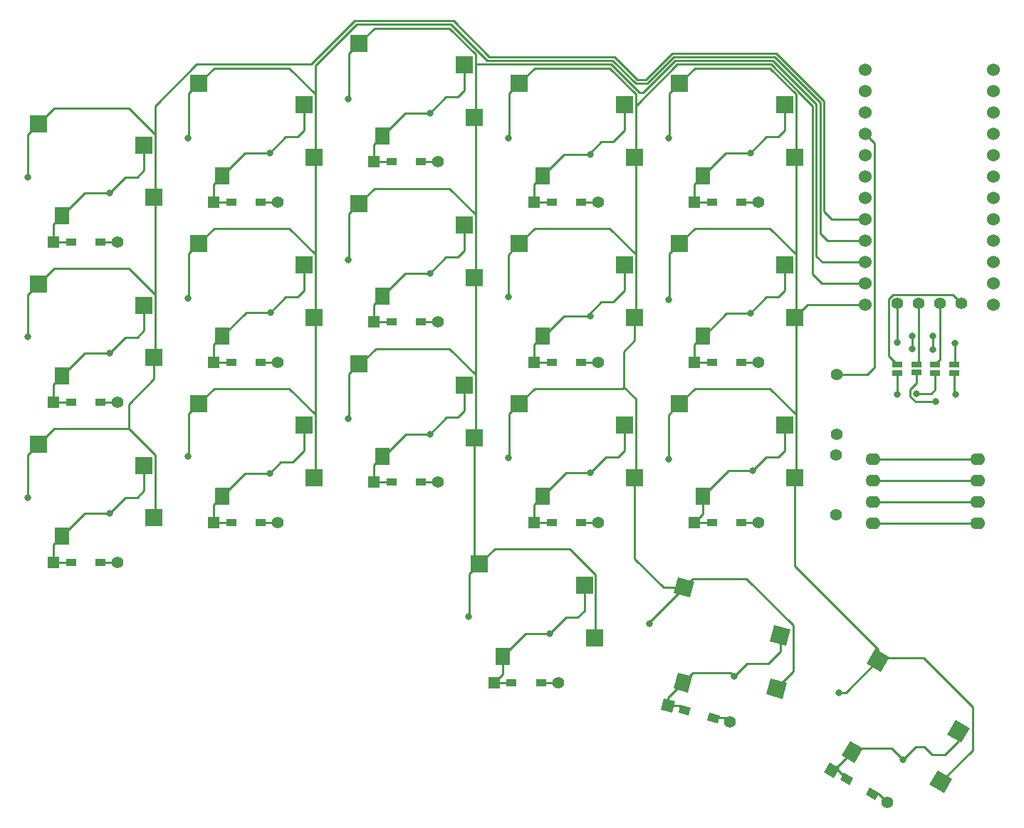
<source format=gtl>
G04 #@! TF.GenerationSoftware,KiCad,Pcbnew,(5.1.6-0-10_14)*
G04 #@! TF.CreationDate,2022-12-04T16:17:31+09:00*
G04 #@! TF.ProjectId,cool536_az-core,636f6f6c-3533-4365-9f61-7a2d636f7265,rev?*
G04 #@! TF.SameCoordinates,Original*
G04 #@! TF.FileFunction,Copper,L1,Top*
G04 #@! TF.FilePolarity,Positive*
%FSLAX46Y46*%
G04 Gerber Fmt 4.6, Leading zero omitted, Abs format (unit mm)*
G04 Created by KiCad (PCBNEW (5.1.6-0-10_14)) date 2022-12-04 16:17:31*
%MOMM*%
%LPD*%
G01*
G04 APERTURE LIST*
G04 #@! TA.AperFunction,ComponentPad*
%ADD10O,1.778000X1.397000*%
G04 #@! TD*
G04 #@! TA.AperFunction,SMDPad,CuDef*
%ADD11R,1.300000X0.950000*%
G04 #@! TD*
G04 #@! TA.AperFunction,ComponentPad*
%ADD12R,1.397000X1.397000*%
G04 #@! TD*
G04 #@! TA.AperFunction,ComponentPad*
%ADD13C,1.397000*%
G04 #@! TD*
G04 #@! TA.AperFunction,SMDPad,CuDef*
%ADD14C,0.100000*%
G04 #@! TD*
G04 #@! TA.AperFunction,ComponentPad*
%ADD15C,0.100000*%
G04 #@! TD*
G04 #@! TA.AperFunction,SMDPad,CuDef*
%ADD16R,2.000000X2.000000*%
G04 #@! TD*
G04 #@! TA.AperFunction,SMDPad,CuDef*
%ADD17R,1.800000X2.000000*%
G04 #@! TD*
G04 #@! TA.AperFunction,SMDPad,CuDef*
%ADD18R,1.143000X0.635000*%
G04 #@! TD*
G04 #@! TA.AperFunction,ComponentPad*
%ADD19C,1.524000*%
G04 #@! TD*
G04 #@! TA.AperFunction,ViaPad*
%ADD20C,0.800000*%
G04 #@! TD*
G04 #@! TA.AperFunction,Conductor*
%ADD21C,0.250000*%
G04 #@! TD*
G04 APERTURE END LIST*
D10*
X93560000Y-44384000D03*
X93560000Y-46924000D03*
X93560000Y-49464000D03*
X93560000Y-52004000D03*
X106006000Y-46924000D03*
X106006000Y-49464000D03*
X106006000Y-52004000D03*
X106006000Y-44384000D03*
D11*
X1775000Y-18525000D03*
X-1775000Y-18525000D03*
D12*
X-3810000Y-18525000D03*
D13*
X3810000Y-18525000D03*
D11*
X20825000Y-13762499D03*
X17275000Y-13762499D03*
D12*
X15240000Y-13762499D03*
D13*
X22860000Y-13762499D03*
X41910000Y-9000000D03*
D12*
X34290000Y-9000000D03*
D11*
X36325000Y-9000000D03*
X39875000Y-9000000D03*
D13*
X60960000Y-13762499D03*
D12*
X53340000Y-13762499D03*
D11*
X55375000Y-13762499D03*
X58925000Y-13762499D03*
X77975000Y-13762499D03*
X74425000Y-13762499D03*
D12*
X72390000Y-13762499D03*
D13*
X80010000Y-13762499D03*
X3810000Y-37575000D03*
D12*
X-3810000Y-37575000D03*
D11*
X-1775000Y-37575000D03*
X1775000Y-37575000D03*
D13*
X22860000Y-32812500D03*
D12*
X15240000Y-32812500D03*
D11*
X17275000Y-32812500D03*
X20825000Y-32812500D03*
D13*
X41910000Y-28050000D03*
D12*
X34290000Y-28050000D03*
D11*
X36325000Y-28050000D03*
X39875000Y-28050000D03*
D13*
X60960000Y-32812500D03*
D12*
X53340000Y-32812500D03*
D11*
X55375000Y-32812500D03*
X58925000Y-32812500D03*
X77975000Y-32812500D03*
X74425000Y-32812500D03*
D12*
X72390000Y-32812500D03*
D13*
X80010000Y-32812500D03*
X3810000Y-56625000D03*
D12*
X-3810000Y-56625000D03*
D11*
X-1775000Y-56625000D03*
X1775000Y-56625000D03*
D13*
X22860000Y-51862500D03*
D12*
X15240000Y-51862500D03*
D11*
X17275000Y-51862500D03*
X20825000Y-51862500D03*
X39875000Y-47100000D03*
X36325000Y-47100000D03*
D12*
X34290000Y-47100000D03*
D13*
X41910000Y-47100000D03*
D11*
X58925000Y-51862500D03*
X55375000Y-51862500D03*
D12*
X53340000Y-51862500D03*
D13*
X60960000Y-51862500D03*
D11*
X77975000Y-51862500D03*
X74425000Y-51862500D03*
D12*
X72390000Y-51862500D03*
D13*
X80010000Y-51862500D03*
X56197500Y-70912500D03*
D12*
X48577500Y-70912500D03*
D11*
X50612500Y-70912500D03*
X54162500Y-70912500D03*
G04 #@! TA.AperFunction,SMDPad,CuDef*
D14*
G36*
X73876432Y-75396305D02*
G01*
X74122310Y-74478676D01*
X75378014Y-74815141D01*
X75132136Y-75732770D01*
X73876432Y-75396305D01*
G37*
G04 #@! TD.AperFunction*
G04 #@! TA.AperFunction,SMDPad,CuDef*
G36*
X70447396Y-74477497D02*
G01*
X70693274Y-73559868D01*
X71948978Y-73896333D01*
X71703100Y-74813962D01*
X70447396Y-74477497D01*
G37*
G04 #@! TD.AperFunction*
G04 #@! TA.AperFunction,ComponentPad*
D15*
G36*
X68377044Y-74154132D02*
G01*
X68738614Y-72804734D01*
X70088012Y-73166304D01*
X69726442Y-74515702D01*
X68377044Y-74154132D01*
G37*
G04 #@! TD.AperFunction*
D13*
X76592882Y-75632420D03*
G04 #@! TA.AperFunction,SMDPad,CuDef*
D14*
G36*
X92744942Y-84238854D02*
G01*
X93219942Y-83416130D01*
X94345776Y-84066130D01*
X93870776Y-84888854D01*
X92744942Y-84238854D01*
G37*
G04 #@! TD.AperFunction*
G04 #@! TA.AperFunction,SMDPad,CuDef*
G36*
X89670552Y-82463854D02*
G01*
X90145552Y-81641130D01*
X91271386Y-82291130D01*
X90796386Y-83113854D01*
X89670552Y-82463854D01*
G37*
G04 #@! TD.AperFunction*
G04 #@! TA.AperFunction,ComponentPad*
D15*
G36*
X87754438Y-81615661D02*
G01*
X88452938Y-80405823D01*
X89662776Y-81104323D01*
X88964276Y-82314161D01*
X87754438Y-81615661D01*
G37*
G04 #@! TD.AperFunction*
D13*
X95307721Y-85169992D03*
X96490000Y-25840000D03*
X99030000Y-25840000D03*
X101570000Y-25840000D03*
X104110000Y-25840000D03*
X89190000Y-50926000D03*
X89190000Y-43814000D03*
X89270000Y-34284000D03*
X89270000Y-41396000D03*
D16*
X8100000Y-13225000D03*
D17*
X-2800000Y-15425000D03*
D16*
X6900000Y-6985000D03*
X-5600000Y-4445000D03*
X13450000Y317501D03*
X25950000Y-2222499D03*
D17*
X16250000Y-10662499D03*
D16*
X27150000Y-8462499D03*
X46200000Y-3700000D03*
D17*
X35300000Y-5900000D03*
D16*
X45000000Y2540000D03*
X32500000Y5080000D03*
X51550000Y317501D03*
X64050000Y-2222499D03*
D17*
X54350000Y-10662499D03*
D16*
X65250000Y-8462499D03*
X84300000Y-8462499D03*
D17*
X73400000Y-10662499D03*
D16*
X83100000Y-2222499D03*
X70600000Y317501D03*
X8100000Y-32275000D03*
D17*
X-2800000Y-34475000D03*
D16*
X6900000Y-26035000D03*
X-5600000Y-23495000D03*
X13450000Y-18732500D03*
X25950000Y-21272500D03*
D17*
X16250000Y-29712500D03*
D16*
X27150000Y-27512500D03*
X32500000Y-13970000D03*
X45000000Y-16510000D03*
D17*
X35300000Y-24950000D03*
D16*
X46200000Y-22750000D03*
X51550000Y-18732500D03*
X64050000Y-21272500D03*
D17*
X54350000Y-29712500D03*
D16*
X65250000Y-27512500D03*
X84300000Y-27512500D03*
D17*
X73400000Y-29712500D03*
D16*
X83100000Y-21272500D03*
X70600000Y-18732500D03*
X-5600000Y-42545000D03*
X6900000Y-45085000D03*
D17*
X-2800000Y-53525000D03*
D16*
X8100000Y-51325000D03*
X13450000Y-37782500D03*
X25950000Y-40322500D03*
D17*
X16250000Y-48762500D03*
D16*
X27150000Y-46562500D03*
X32500000Y-33020000D03*
X45000000Y-35560000D03*
D17*
X35300000Y-44000000D03*
D16*
X46200000Y-41800000D03*
X51550000Y-37782500D03*
X64050000Y-40322500D03*
D17*
X54350000Y-48762500D03*
D16*
X65250000Y-46562500D03*
X84300000Y-46562500D03*
D17*
X73400000Y-48762500D03*
D16*
X83100000Y-40322500D03*
X70600000Y-37782500D03*
X60487500Y-65612500D03*
D17*
X49587500Y-67812500D03*
D16*
X59287500Y-59372500D03*
X46787500Y-56832500D03*
G04 #@! TA.AperFunction,SMDPad,CuDef*
D14*
G36*
X83333190Y-70916240D02*
G01*
X82815552Y-72848092D01*
X80883700Y-72330454D01*
X81401338Y-70398602D01*
X83333190Y-70916240D01*
G37*
G04 #@! TD.AperFunction*
G04 #@! TA.AperFunction,SMDPad,CuDef*
G36*
X72138603Y-70194267D02*
G01*
X71620965Y-72126119D01*
X69882299Y-71660245D01*
X70399937Y-69728393D01*
X72138603Y-70194267D01*
G37*
G04 #@! TD.AperFunction*
G04 #@! TA.AperFunction,SMDPad,CuDef*
G36*
X83789110Y-64578280D02*
G01*
X83271472Y-66510132D01*
X81339620Y-65992494D01*
X81857258Y-64060642D01*
X83789110Y-64578280D01*
G37*
G04 #@! TD.AperFunction*
G04 #@! TA.AperFunction,SMDPad,CuDef*
G36*
X72372437Y-58889590D02*
G01*
X71854799Y-60821442D01*
X69922947Y-60303804D01*
X70440585Y-58371952D01*
X72372437Y-58889590D01*
G37*
G04 #@! TD.AperFunction*
G04 #@! TA.AperFunction,SMDPad,CuDef*
G36*
X103038994Y-82359033D02*
G01*
X102038994Y-84091083D01*
X100306944Y-83091083D01*
X101306944Y-81359033D01*
X103038994Y-82359033D01*
G37*
G04 #@! TD.AperFunction*
G04 #@! TA.AperFunction,SMDPad,CuDef*
G36*
X92412715Y-78764289D02*
G01*
X91412715Y-80496339D01*
X89853869Y-79596339D01*
X90853869Y-77864289D01*
X92412715Y-78764289D01*
G37*
G04 #@! TD.AperFunction*
G04 #@! TA.AperFunction,SMDPad,CuDef*
G36*
X105119763Y-76355034D02*
G01*
X104119763Y-78087084D01*
X102387713Y-77087084D01*
X103387713Y-75355034D01*
X105119763Y-76355034D01*
G37*
G04 #@! TD.AperFunction*
G04 #@! TA.AperFunction,SMDPad,CuDef*
G36*
X95564446Y-67905330D02*
G01*
X94564446Y-69637380D01*
X92832396Y-68637380D01*
X93832396Y-66905330D01*
X95564446Y-67905330D01*
G37*
G04 #@! TD.AperFunction*
D18*
X103260000Y-34090380D03*
X103260000Y-33089620D03*
X98733334Y-33059620D03*
X98733334Y-34060380D03*
X100996667Y-34080380D03*
X100996667Y-33079620D03*
X96470000Y-33069620D03*
X96470000Y-34070380D03*
D19*
X107901400Y1958000D03*
X107901400Y-582000D03*
X107901400Y-3122000D03*
X107901400Y-5662000D03*
X107901400Y-8202000D03*
X107901400Y-10742000D03*
X107901400Y-13282000D03*
X107901400Y-15822000D03*
X107901400Y-18362000D03*
X107901400Y-20902000D03*
X107901400Y-23442000D03*
X107901400Y-25982000D03*
X92681400Y-25982000D03*
X92681400Y-23442000D03*
X92681400Y-20902000D03*
X92681400Y-18362000D03*
X92681400Y-15822000D03*
X92681400Y-13282000D03*
X92681400Y-10742000D03*
X92681400Y-8202000D03*
X92681400Y-5662000D03*
X92681400Y-3122000D03*
X92681400Y-582000D03*
X92681400Y1958000D03*
D20*
X2800000Y-12723998D03*
X21850000Y-7961497D03*
X40900000Y-3198998D03*
X59950000Y-8120000D03*
X79000000Y-7961497D03*
X2800000Y-31773998D03*
X21960749Y-26900749D03*
X40900000Y-22248998D03*
X59950000Y-27340000D03*
X79000000Y-27011498D03*
X2800000Y-50823998D03*
X21850000Y-46061498D03*
X40900000Y-41370000D03*
X60020749Y-45990749D03*
X79274474Y-45724433D03*
X55187500Y-65111498D03*
X77072041Y-70162041D03*
X97169816Y-80124744D03*
X103390000Y-36690000D03*
X101080000Y-37540000D03*
X98740000Y-36550000D03*
X96460000Y-36690000D03*
X-6900000Y-48920000D03*
X-6900000Y-29830000D03*
X-6900000Y-10830000D03*
X12150000Y-44030000D03*
X12150000Y-25260000D03*
X12150000Y-6160000D03*
X45487500Y-63082500D03*
X31200000Y-39530000D03*
X31200000Y-20610000D03*
X31200000Y-1540000D03*
X67009136Y-63939136D03*
X50250000Y-44160000D03*
X50250000Y-25020000D03*
X50250000Y-6140000D03*
X89536823Y-72086823D03*
X69300000Y-44330000D03*
X69300000Y-25350000D03*
X69300000Y-6140000D03*
X96480000Y-30490000D03*
X103360000Y-30530000D03*
X98230000Y-29690000D03*
X98230000Y-31215000D03*
X100750000Y-29730000D03*
X100750000Y-31310000D03*
D21*
X6112001Y-10800001D02*
X4723997Y-10800001D01*
X6900000Y-10012002D02*
X6112001Y-10800001D01*
X4723997Y-10800001D02*
X2800000Y-12723998D01*
X6900000Y-6985000D02*
X6900000Y-10012002D01*
X-98998Y-12723998D02*
X-2800000Y-15425000D01*
X2800000Y-12723998D02*
X-98998Y-12723998D01*
X-1775000Y-18525000D02*
X-3810000Y-18525000D01*
X-3810000Y-16435000D02*
X-2800000Y-15425000D01*
X-3810000Y-18525000D02*
X-3810000Y-16435000D01*
X23773997Y-6037500D02*
X21850000Y-7961497D01*
X25162001Y-6037500D02*
X23773997Y-6037500D01*
X25950000Y-5249501D02*
X25162001Y-6037500D01*
X25950000Y-2222499D02*
X25950000Y-5249501D01*
X18951002Y-7961497D02*
X21850000Y-7961497D01*
X16250000Y-10662499D02*
X18951002Y-7961497D01*
X17275000Y-13762499D02*
X15240000Y-13762499D01*
X15240000Y-11672499D02*
X16250000Y-10662499D01*
X15240000Y-13762499D02*
X15240000Y-11672499D01*
X42823997Y-1275001D02*
X40900000Y-3198998D01*
X44212001Y-1275001D02*
X42823997Y-1275001D01*
X45000000Y-487002D02*
X44212001Y-1275001D01*
X45000000Y2540000D02*
X45000000Y-487002D01*
X38001002Y-3198998D02*
X40900000Y-3198998D01*
X35300000Y-5900000D02*
X38001002Y-3198998D01*
X36325000Y-9000000D02*
X34290000Y-9000000D01*
X34290000Y-6910000D02*
X35300000Y-5900000D01*
X34290000Y-9000000D02*
X34290000Y-6910000D01*
X59950000Y-7961497D02*
X59950000Y-8120000D01*
X62662003Y-6637498D02*
X61273999Y-6637498D01*
X61273999Y-6637498D02*
X59950000Y-7961497D01*
X64050000Y-5249501D02*
X62662003Y-6637498D01*
X64050000Y-2222499D02*
X64050000Y-5249501D01*
X56892499Y-8120000D02*
X59950000Y-8120000D01*
X54350000Y-10662499D02*
X56892499Y-8120000D01*
X55375000Y-13762499D02*
X53340000Y-13762499D01*
X53340000Y-11672499D02*
X54350000Y-10662499D01*
X53340000Y-13762499D02*
X53340000Y-11672499D01*
X82312001Y-6037500D02*
X80923997Y-6037500D01*
X83100000Y-5249501D02*
X82312001Y-6037500D01*
X80923997Y-6037500D02*
X79000000Y-7961497D01*
X83100000Y-2222499D02*
X83100000Y-5249501D01*
X76101002Y-7961497D02*
X79000000Y-7961497D01*
X73400000Y-10662499D02*
X76101002Y-7961497D01*
X74425000Y-13762499D02*
X72390000Y-13762499D01*
X72390000Y-11672499D02*
X73400000Y-10662499D01*
X72390000Y-13762499D02*
X72390000Y-11672499D01*
X4723997Y-29850001D02*
X2800000Y-31773998D01*
X6900000Y-29062002D02*
X6112001Y-29850001D01*
X6112001Y-29850001D02*
X4723997Y-29850001D01*
X6900000Y-26035000D02*
X6900000Y-29062002D01*
X-98998Y-31773998D02*
X2800000Y-31773998D01*
X-2800000Y-34475000D02*
X-98998Y-31773998D01*
X-1775000Y-37575000D02*
X-3810000Y-37575000D01*
X-3810000Y-35485000D02*
X-2800000Y-34475000D01*
X-3810000Y-37575000D02*
X-3810000Y-35485000D01*
X25162001Y-25087501D02*
X23773997Y-25087501D01*
X23773997Y-25087501D02*
X21960749Y-26900749D01*
X25950000Y-24299502D02*
X25162001Y-25087501D01*
X25950000Y-21272500D02*
X25950000Y-24299502D01*
X19061751Y-26900749D02*
X21960749Y-26900749D01*
X16250000Y-29712500D02*
X19061751Y-26900749D01*
X17275000Y-32812500D02*
X15240000Y-32812500D01*
X15240000Y-30722500D02*
X16250000Y-29712500D01*
X15240000Y-32812500D02*
X15240000Y-30722500D01*
X42823997Y-20325001D02*
X40900000Y-22248998D01*
X44212001Y-20325001D02*
X42823997Y-20325001D01*
X45000000Y-19537002D02*
X44212001Y-20325001D01*
X45000000Y-16510000D02*
X45000000Y-19537002D01*
X38001002Y-22248998D02*
X40900000Y-22248998D01*
X35300000Y-24950000D02*
X38001002Y-22248998D01*
X36325000Y-28050000D02*
X34290000Y-28050000D01*
X34290000Y-25960000D02*
X35300000Y-24950000D01*
X34290000Y-28050000D02*
X34290000Y-25960000D01*
X59950000Y-27011498D02*
X59950000Y-27340000D01*
X61273999Y-25687499D02*
X59950000Y-27011498D01*
X64050000Y-24299502D02*
X62662003Y-25687499D01*
X64050000Y-21272500D02*
X64050000Y-24299502D01*
X62662003Y-25687499D02*
X61273999Y-25687499D01*
X56821498Y-27340000D02*
X59950000Y-27340000D01*
X54448998Y-29712500D02*
X56821498Y-27340000D01*
X54350000Y-29712500D02*
X54448998Y-29712500D01*
X55375000Y-32812500D02*
X53340000Y-32812500D01*
X53340000Y-30722500D02*
X54350000Y-29712500D01*
X53340000Y-32812500D02*
X53340000Y-30722500D01*
X80923997Y-25087501D02*
X79000000Y-27011498D01*
X82312001Y-25087501D02*
X80923997Y-25087501D01*
X83100000Y-24299502D02*
X82312001Y-25087501D01*
X83100000Y-21272500D02*
X83100000Y-24299502D01*
X73498998Y-29712500D02*
X73400000Y-29712500D01*
X76200000Y-27011498D02*
X73498998Y-29712500D01*
X79000000Y-27011498D02*
X76200000Y-27011498D01*
X74425000Y-32812500D02*
X72390000Y-32812500D01*
X72390000Y-30722500D02*
X73400000Y-29712500D01*
X72390000Y-32812500D02*
X72390000Y-30722500D01*
X6112001Y-48900001D02*
X4723997Y-48900001D01*
X6900000Y-48112002D02*
X6112001Y-48900001D01*
X4723997Y-48900001D02*
X2800000Y-50823998D01*
X6900000Y-45085000D02*
X6900000Y-48112002D01*
X-98998Y-50823998D02*
X2800000Y-50823998D01*
X-2800000Y-53525000D02*
X-98998Y-50823998D01*
X-1775000Y-56625000D02*
X-3810000Y-56625000D01*
X-3810000Y-54535000D02*
X-2800000Y-53525000D01*
X-3810000Y-56625000D02*
X-3810000Y-54535000D01*
X24562003Y-44737499D02*
X23152501Y-44737499D01*
X25950000Y-43349502D02*
X24562003Y-44737499D01*
X25950000Y-40322500D02*
X25950000Y-43349502D01*
X21850000Y-46040000D02*
X21850000Y-46061498D01*
X23152501Y-44737499D02*
X21850000Y-46040000D01*
X18951002Y-46061498D02*
X21850000Y-46061498D01*
X16250000Y-48762500D02*
X18951002Y-46061498D01*
X17275000Y-51862500D02*
X15240000Y-51862500D01*
X15240000Y-49772500D02*
X16250000Y-48762500D01*
X15240000Y-51862500D02*
X15240000Y-49772500D01*
X45000000Y-35560000D02*
X45000000Y-38587002D01*
X44212001Y-39375001D02*
X42894999Y-39375001D01*
X42894999Y-39375001D02*
X40900000Y-41370000D01*
X45000000Y-38587002D02*
X44212001Y-39375001D01*
X38028998Y-41370000D02*
X40900000Y-41370000D01*
X35398998Y-44000000D02*
X38028998Y-41370000D01*
X35300000Y-44000000D02*
X35398998Y-44000000D01*
X36325000Y-47100000D02*
X34290000Y-47100000D01*
X34290000Y-45010000D02*
X35300000Y-44000000D01*
X34290000Y-47100000D02*
X34290000Y-45010000D01*
X61873997Y-44137501D02*
X60020749Y-45990749D01*
X63262001Y-44137501D02*
X61873997Y-44137501D01*
X64050000Y-40322500D02*
X64050000Y-43349502D01*
X64050000Y-43349502D02*
X63262001Y-44137501D01*
X57121751Y-45990749D02*
X60020749Y-45990749D01*
X54350000Y-48762500D02*
X57121751Y-45990749D01*
X55375000Y-51862500D02*
X53340000Y-51862500D01*
X53340000Y-49772500D02*
X54350000Y-48762500D01*
X53340000Y-51862500D02*
X53340000Y-49772500D01*
X80861406Y-44137501D02*
X79274474Y-45724433D01*
X83100000Y-43349502D02*
X82312001Y-44137501D01*
X82312001Y-44137501D02*
X80861406Y-44137501D01*
X83100000Y-40322500D02*
X83100000Y-43349502D01*
X76438067Y-45724433D02*
X79274474Y-45724433D01*
X73400000Y-48762500D02*
X76438067Y-45724433D01*
X73400000Y-50852500D02*
X72390000Y-51862500D01*
X73400000Y-48762500D02*
X73400000Y-50852500D01*
X72390000Y-51862500D02*
X74425000Y-51862500D01*
X57111497Y-63187501D02*
X55187500Y-65111498D01*
X58499501Y-63187501D02*
X57111497Y-63187501D01*
X59287500Y-62399502D02*
X58499501Y-63187501D01*
X59287500Y-59372500D02*
X59287500Y-62399502D01*
X52288502Y-65111498D02*
X55187500Y-65111498D01*
X49587500Y-67812500D02*
X52288502Y-65111498D01*
X49587500Y-69902500D02*
X48577500Y-70912500D01*
X49587500Y-67812500D02*
X49587500Y-69902500D01*
X48577500Y-70912500D02*
X50612500Y-70912500D01*
X78582589Y-68651493D02*
X77072041Y-70162041D01*
X81166669Y-68651493D02*
X78582589Y-68651493D01*
X82564365Y-65285387D02*
X82564365Y-67253797D01*
X82564365Y-67253797D02*
X81166669Y-68651493D01*
X76672042Y-69762042D02*
X77072041Y-70162041D01*
X72175665Y-69762042D02*
X76672042Y-69762042D01*
X71010451Y-70927256D02*
X72175665Y-69762042D01*
X69232528Y-72705179D02*
X69232528Y-73660218D01*
X71010451Y-70927256D02*
X69232528Y-72705179D01*
X70671490Y-73660218D02*
X71198187Y-74186915D01*
X69232528Y-73660218D02*
X70671490Y-73660218D01*
X103753738Y-77875759D02*
X102133732Y-79495765D01*
X99732571Y-78574765D02*
X98719795Y-78574765D01*
X98719795Y-78574765D02*
X97169816Y-80124744D01*
X102133732Y-79495765D02*
X100653571Y-79495765D01*
X100653571Y-79495765D02*
X99732571Y-78574765D01*
X103753738Y-76721059D02*
X103753738Y-77875759D01*
X95800385Y-78755313D02*
X97169816Y-80124744D01*
X91558293Y-78755313D02*
X95800385Y-78755313D01*
X91133292Y-79180314D02*
X91558293Y-78755313D01*
X88953614Y-81359992D02*
X88708607Y-81359992D01*
X91133292Y-79180314D02*
X88953614Y-81359992D01*
X89453469Y-81359992D02*
X90470969Y-82377492D01*
X88708607Y-81359992D02*
X89453469Y-81359992D01*
X80010000Y-13762499D02*
X77975000Y-13762499D01*
X60960000Y-13762499D02*
X58925000Y-13762499D01*
X41910000Y-9000000D02*
X39875000Y-9000000D01*
X22860000Y-13762499D02*
X20825000Y-13762499D01*
X3810000Y-18525000D02*
X1775000Y-18525000D01*
X3810000Y-37575000D02*
X1775000Y-37575000D01*
X22860000Y-32812500D02*
X20825000Y-32812500D01*
X41910000Y-28050000D02*
X39875000Y-28050000D01*
X60960000Y-32812500D02*
X58925000Y-32812500D01*
X80010000Y-32812500D02*
X77975000Y-32812500D01*
X77975000Y-51862500D02*
X80010000Y-51862500D01*
X60960000Y-51862500D02*
X58925000Y-51862500D01*
X41910000Y-47100000D02*
X39875000Y-47100000D01*
X22860000Y-51862500D02*
X20825000Y-51862500D01*
X3810000Y-56625000D02*
X1775000Y-56625000D01*
X54162500Y-70912500D02*
X56197500Y-70912500D01*
X76066185Y-75105723D02*
X76592882Y-75632420D01*
X74627223Y-75105723D02*
X76066185Y-75105723D01*
X94290221Y-84152492D02*
X95307721Y-85169992D01*
X93545359Y-84152492D02*
X94290221Y-84152492D01*
X93560000Y-44384000D02*
X106006000Y-44384000D01*
X103260000Y-36560000D02*
X103390000Y-36690000D01*
X103260000Y-34090380D02*
X103260000Y-36560000D01*
X106006000Y-46924000D02*
X93560000Y-46924000D01*
X98733334Y-34060380D02*
X98733334Y-35336666D01*
X98656998Y-37540000D02*
X101080000Y-37540000D01*
X98014999Y-36055001D02*
X98014999Y-36898001D01*
X98014999Y-36898001D02*
X98656998Y-37540000D01*
X98733334Y-35336666D02*
X98014999Y-36055001D01*
X93560000Y-49464000D02*
X106006000Y-49464000D01*
X100996667Y-34080380D02*
X100996667Y-36073333D01*
X100520000Y-36550000D02*
X98740000Y-36550000D01*
X100996667Y-36073333D02*
X100520000Y-36550000D01*
X93560000Y-52004000D02*
X106006000Y-52004000D01*
X96470000Y-36680000D02*
X96460000Y-36690000D01*
X96470000Y-34070380D02*
X96470000Y-36680000D01*
X92914000Y-34284000D02*
X89270000Y-34284000D01*
X93768401Y-33429599D02*
X92914000Y-34284000D01*
X93768401Y-6749001D02*
X93768401Y-33429599D01*
X92681400Y-5662000D02*
X93768401Y-6749001D01*
X-3774999Y-40719999D02*
X-5600000Y-42545000D01*
X5120001Y-40719999D02*
X-3774999Y-40719999D01*
X8225001Y-43824999D02*
X5120001Y-40719999D01*
X8225001Y-51199999D02*
X8225001Y-43824999D01*
X8100000Y-51325000D02*
X8225001Y-51199999D01*
X-6900000Y-43845000D02*
X-6900000Y-48920000D01*
X-5600000Y-42545000D02*
X-6900000Y-43845000D01*
X-3774999Y-21669999D02*
X-5600000Y-23495000D01*
X5120001Y-21669999D02*
X-3774999Y-21669999D01*
X8225001Y-24774999D02*
X5120001Y-21669999D01*
X8100000Y-32275000D02*
X8225001Y-32149999D01*
X-5600000Y-23495000D02*
X-6900000Y-24795000D01*
X-6900000Y-24795000D02*
X-6900000Y-29830000D01*
X5120001Y-2619999D02*
X-3774999Y-2619999D01*
X8225001Y-5724999D02*
X5120001Y-2619999D01*
X-3774999Y-2619999D02*
X-5600000Y-4445000D01*
X8100000Y-13225000D02*
X8225001Y-13099999D01*
X-6900000Y-5745000D02*
X-6900000Y-10830000D01*
X-5600000Y-4445000D02*
X-6900000Y-5745000D01*
X8100000Y-32275000D02*
X8100000Y-34830000D01*
X5120001Y-37809999D02*
X5120001Y-40719999D01*
X8100000Y-34830000D02*
X5120001Y-37809999D01*
X8225001Y-13350001D02*
X8225001Y-25845001D01*
X8100000Y-13225000D02*
X8225001Y-13350001D01*
X8225001Y-25845001D02*
X8225001Y-24774999D01*
X8225001Y-32149999D02*
X8225001Y-25845001D01*
X92681400Y-15822000D02*
X88679030Y-15822000D01*
X88679030Y-15822000D02*
X87757029Y-14899999D01*
X87757029Y-14899999D02*
X87757029Y-1748886D01*
X87757029Y-1748886D02*
X82065599Y3942540D01*
X82065599Y3942540D02*
X69730806Y3942539D01*
X69730806Y3942539D02*
X66568267Y780000D01*
X66568267Y780000D02*
X65541733Y780000D01*
X65541733Y780000D02*
X62829201Y3492532D01*
X62829201Y3492532D02*
X48007468Y3492532D01*
X48007468Y3492532D02*
X43694979Y7805021D01*
X43694979Y7805021D02*
X32003608Y7805020D01*
X32003608Y7805020D02*
X26791100Y2592512D01*
X8225001Y-2322496D02*
X8225001Y-7785001D01*
X13140009Y2592512D02*
X8225001Y-2322496D01*
X26791100Y2592512D02*
X13140009Y2592512D01*
X8225001Y-7785001D02*
X8225001Y-5724999D01*
X8225001Y-13099999D02*
X8225001Y-7785001D01*
X27275001Y-39062499D02*
X24170001Y-35957499D01*
X24170001Y-35957499D02*
X15275001Y-35957499D01*
X15275001Y-35957499D02*
X13450000Y-37782500D01*
X27150000Y-46562500D02*
X27275001Y-46437499D01*
X12274999Y-43905001D02*
X12150000Y-44030000D01*
X12274999Y-38957501D02*
X12274999Y-43905001D01*
X13450000Y-37782500D02*
X12274999Y-38957501D01*
X15275001Y-16907499D02*
X13450000Y-18732500D01*
X24170001Y-16907499D02*
X15275001Y-16907499D01*
X27275001Y-20012499D02*
X24170001Y-16907499D01*
X27150000Y-27512500D02*
X27275001Y-27387499D01*
X12274999Y-25135001D02*
X12150000Y-25260000D01*
X12274999Y-19907501D02*
X12274999Y-25135001D01*
X13450000Y-18732500D02*
X12274999Y-19907501D01*
X27275001Y-962498D02*
X24170001Y2142502D01*
X15275001Y2142502D02*
X13450000Y317501D01*
X24170001Y2142502D02*
X15275001Y2142502D01*
X27150000Y-8462499D02*
X27275001Y-8337498D01*
X13450000Y317501D02*
X12274999Y-857500D01*
X12274999Y-6035001D02*
X12150000Y-6160000D01*
X12274999Y-857500D02*
X12274999Y-6035001D01*
X27150000Y-27512500D02*
X27275001Y-27637501D01*
X27275001Y-27637501D02*
X27275001Y-39785001D01*
X27275001Y-39785001D02*
X27275001Y-39062499D01*
X27275001Y-46437499D02*
X27275001Y-39785001D01*
X27275001Y-8587500D02*
X27275001Y-22895001D01*
X27150000Y-8462499D02*
X27275001Y-8587500D01*
X27275001Y-22895001D02*
X27275001Y-20012499D01*
X27275001Y-27387499D02*
X27275001Y-22895001D01*
X27275001Y2440003D02*
X27275001Y-1544999D01*
X32190009Y7355011D02*
X27275001Y2440003D01*
X43406401Y7355011D02*
X32190009Y7355011D01*
X47718890Y3042522D02*
X43406401Y7355011D01*
X65365323Y320000D02*
X62642801Y3042522D01*
X81879200Y3492531D02*
X69917207Y3492530D01*
X62642801Y3042522D02*
X47718890Y3042522D01*
X27275001Y-1544999D02*
X27275001Y-962498D01*
X69917207Y3492530D02*
X66744677Y320000D01*
X87307020Y-1935287D02*
X81879200Y3492531D01*
X87307021Y-17507021D02*
X87307020Y-1935287D01*
X88162000Y-18362000D02*
X87307021Y-17507021D01*
X92681400Y-18362000D02*
X88162000Y-18362000D01*
X66744677Y320000D02*
X65365323Y320000D01*
X27275001Y-8337498D02*
X27275001Y-1544999D01*
X57507501Y-55007499D02*
X48612501Y-55007499D01*
X60612501Y-58112499D02*
X57507501Y-55007499D01*
X60612501Y-65487499D02*
X60612501Y-58112499D01*
X48612501Y-55007499D02*
X46787500Y-56832500D01*
X60487500Y-65612500D02*
X60612501Y-65487499D01*
X45612499Y-62957501D02*
X45487500Y-63082500D01*
X45612499Y-58007501D02*
X45612499Y-62957501D01*
X46787500Y-56832500D02*
X45612499Y-58007501D01*
X43220001Y-31194999D02*
X34465001Y-31194999D01*
X46325001Y-34299999D02*
X43220001Y-31194999D01*
X32640000Y-33020000D02*
X32500000Y-33020000D01*
X34465001Y-31194999D02*
X32640000Y-33020000D01*
X46200000Y-41800000D02*
X46325001Y-41674999D01*
X32500000Y-33020000D02*
X31324999Y-34195001D01*
X31324999Y-39405001D02*
X31200000Y-39530000D01*
X31324999Y-34195001D02*
X31324999Y-39405001D01*
X34325001Y-12144999D02*
X32500000Y-13970000D01*
X43220001Y-12144999D02*
X34325001Y-12144999D01*
X46325001Y-15249999D02*
X43220001Y-12144999D01*
X46200000Y-22750000D02*
X46325001Y-22624999D01*
X31324999Y-20485001D02*
X31200000Y-20610000D01*
X32500000Y-13970000D02*
X31324999Y-15145001D01*
X31324999Y-15145001D02*
X31324999Y-20485001D01*
X34325001Y6905001D02*
X32500000Y5080000D01*
X43220001Y6905001D02*
X34325001Y6905001D01*
X46325001Y3800001D02*
X43220001Y6905001D01*
X46200000Y-3700000D02*
X46325001Y-3574999D01*
X31324999Y-1415001D02*
X31200000Y-1540000D01*
X31324999Y3904999D02*
X31324999Y-1415001D01*
X32500000Y5080000D02*
X31324999Y3904999D01*
X46200000Y-56245000D02*
X46787500Y-56832500D01*
X46200000Y-41800000D02*
X46200000Y-56245000D01*
X46200000Y-22750000D02*
X46325001Y-22875001D01*
X46325001Y-35524999D02*
X46325001Y-34299999D01*
X46325001Y-22875001D02*
X46325001Y-35524999D01*
X46325001Y-41674999D02*
X46325001Y-35524999D01*
X46325001Y-3825001D02*
X46325001Y-16644999D01*
X46200000Y-3700000D02*
X46325001Y-3825001D01*
X46325001Y-16644999D02*
X46325001Y-15249999D01*
X46325001Y-22624999D02*
X46325001Y-16644999D01*
X46325001Y2515001D02*
X46325001Y3800001D01*
X46325001Y-3574999D02*
X46325001Y2515001D01*
X46325001Y2585001D02*
X46325001Y2515001D01*
X62456401Y2592512D02*
X46332512Y2592512D01*
X46332512Y2592512D02*
X46325001Y2585001D01*
X66284989Y-776098D02*
X65825011Y-776098D01*
X70103608Y3042521D02*
X66284989Y-776098D01*
X86857011Y-2121688D02*
X81692801Y3042522D01*
X81692801Y3042522D02*
X70103608Y3042521D01*
X86857011Y-20202989D02*
X86857011Y-2121688D01*
X65825011Y-776098D02*
X62456401Y2592512D01*
X87556022Y-20902000D02*
X86857011Y-20202989D01*
X92681400Y-20902000D02*
X87556022Y-20902000D01*
X72180707Y-58563682D02*
X71147692Y-59596697D01*
X84114120Y-64106274D02*
X78571528Y-58563682D01*
X78571528Y-58563682D02*
X72180707Y-58563682D01*
X84114120Y-69617672D02*
X84114120Y-64106274D01*
X82108445Y-71623347D02*
X84114120Y-69617672D01*
X71147692Y-59596697D02*
X67009136Y-63735253D01*
X67009136Y-63735253D02*
X67009136Y-63939136D01*
X65250000Y-46562500D02*
X65375001Y-46437499D01*
X50374999Y-38957501D02*
X50374999Y-44035001D01*
X51550000Y-37782500D02*
X50374999Y-38957501D01*
X50374999Y-44035001D02*
X50250000Y-44160000D01*
X53375001Y-16907499D02*
X51550000Y-18732500D01*
X62270001Y-16907499D02*
X53375001Y-16907499D01*
X65375001Y-20012499D02*
X62270001Y-16907499D01*
X65250000Y-27512500D02*
X65375001Y-27387499D01*
X50250000Y-20032500D02*
X50250000Y-25020000D01*
X51550000Y-18732500D02*
X50250000Y-20032500D01*
X53375001Y2142502D02*
X51550000Y317501D01*
X65375001Y-962498D02*
X62270001Y2142502D01*
X62270001Y2142502D02*
X53375001Y2142502D01*
X65250000Y-8462499D02*
X65375001Y-8337498D01*
X50374999Y-6015001D02*
X50250000Y-6140000D01*
X50374999Y-857500D02*
X50374999Y-6015001D01*
X51550000Y317501D02*
X50374999Y-857500D01*
X65250000Y-46562500D02*
X65250000Y-56170000D01*
X68676697Y-59596697D02*
X71147692Y-59596697D01*
X65250000Y-56170000D02*
X68676697Y-59596697D01*
X65375001Y-8587500D02*
X65375001Y-21575001D01*
X65250000Y-8462499D02*
X65375001Y-8587500D01*
X65375001Y-21575001D02*
X65375001Y-20012499D01*
X65375001Y-27387499D02*
X65375001Y-21575001D01*
X65250000Y-27512500D02*
X65250000Y-30250000D01*
X65375001Y-4495001D02*
X65375001Y-962498D01*
X65375001Y-8337498D02*
X65375001Y-4495001D01*
X70290009Y2592512D02*
X81506401Y2592512D01*
X65375001Y-2322496D02*
X70290009Y2592512D01*
X65375001Y-4495001D02*
X65375001Y-2322496D01*
X85154456Y-1094456D02*
X86407001Y-2347001D01*
X81506401Y2592512D02*
X85154456Y-1055544D01*
X85154456Y-1055544D02*
X85154456Y-1094456D01*
X86407001Y-22361001D02*
X87488000Y-23442000D01*
X86407001Y-2347001D02*
X86407001Y-22361001D01*
X87488000Y-23442000D02*
X92681400Y-23442000D01*
X63970000Y-31530000D02*
X63970000Y-35780000D01*
X65250000Y-30250000D02*
X63970000Y-31530000D01*
X65375001Y-37185001D02*
X65375001Y-40524999D01*
X65375001Y-40524999D02*
X65375001Y-39062499D01*
X63970000Y-35780000D02*
X65375001Y-37185001D01*
X65375001Y-46437499D02*
X65375001Y-40524999D01*
X63792501Y-35957499D02*
X63970000Y-35780000D01*
X53375001Y-35957499D02*
X63792501Y-35957499D01*
X51550000Y-37782500D02*
X53375001Y-35957499D01*
X90382953Y-72086823D02*
X89536823Y-72086823D01*
X94198421Y-68271355D02*
X90382953Y-72086823D01*
X94493422Y-67976354D02*
X94198421Y-68271355D01*
X105444773Y-73837258D02*
X99583869Y-67976354D01*
X99583869Y-67976354D02*
X94493422Y-67976354D01*
X105444773Y-78953254D02*
X105444773Y-73837258D01*
X101672969Y-82725058D02*
X105444773Y-78953254D01*
X72425001Y-35957499D02*
X70600000Y-37782500D01*
X81320001Y-35957499D02*
X72425001Y-35957499D01*
X84425001Y-39062499D02*
X81320001Y-35957499D01*
X84300000Y-46562500D02*
X84425001Y-46437499D01*
X69300000Y-39082500D02*
X69300000Y-44330000D01*
X70600000Y-37782500D02*
X69300000Y-39082500D01*
X72425001Y-16907499D02*
X70600000Y-18732500D01*
X81320001Y-16907499D02*
X72425001Y-16907499D01*
X84425001Y-20012499D02*
X81320001Y-16907499D01*
X84300000Y-27512500D02*
X84425001Y-27387499D01*
X69424999Y-25225001D02*
X69300000Y-25350000D01*
X69424999Y-19907501D02*
X69424999Y-25225001D01*
X70600000Y-18732500D02*
X69424999Y-19907501D01*
X72425001Y2142502D02*
X70600000Y317501D01*
X81320001Y2142502D02*
X72425001Y2142502D01*
X84425001Y-962498D02*
X81320001Y2142502D01*
X84425001Y-8337498D02*
X84425001Y-962498D01*
X84300000Y-8462499D02*
X84425001Y-8337498D01*
X69424999Y-857500D02*
X69424999Y-6015001D01*
X70600000Y317501D02*
X69424999Y-857500D01*
X69424999Y-6015001D02*
X69300000Y-6140000D01*
X84300000Y-46562500D02*
X84300000Y-57090000D01*
X94198421Y-66988421D02*
X94198421Y-68271355D01*
X84300000Y-57090000D02*
X94198421Y-66988421D01*
X84425001Y-27637501D02*
X84425001Y-39764999D01*
X84300000Y-27512500D02*
X84425001Y-27637501D01*
X84425001Y-39764999D02*
X84425001Y-39062499D01*
X84425001Y-46437499D02*
X84425001Y-39764999D01*
X84425001Y-8587500D02*
X84425001Y-21534999D01*
X84300000Y-8462499D02*
X84425001Y-8587500D01*
X84425001Y-21534999D02*
X84425001Y-20012499D01*
X84425001Y-27387499D02*
X84425001Y-21534999D01*
X85830500Y-25982000D02*
X84300000Y-27512500D01*
X92681400Y-25982000D02*
X85830500Y-25982000D01*
X96490000Y-30480000D02*
X96480000Y-30490000D01*
X96490000Y-25840000D02*
X96490000Y-30480000D01*
X103360000Y-32989620D02*
X103260000Y-33089620D01*
X103360000Y-30530000D02*
X103360000Y-32989620D01*
X99030000Y-32762954D02*
X98733334Y-33059620D01*
X99030000Y-25840000D02*
X99030000Y-32762954D01*
X98230000Y-29690000D02*
X98230000Y-31215000D01*
X101570000Y-32506287D02*
X100996667Y-33079620D01*
X101570000Y-25840000D02*
X101570000Y-32506287D01*
X100750000Y-29730000D02*
X100750000Y-31310000D01*
X95466499Y-32066119D02*
X96470000Y-33069620D01*
X95466499Y-25348719D02*
X95466499Y-32066119D01*
X103086499Y-24816499D02*
X95998719Y-24816499D01*
X95998719Y-24816499D02*
X95466499Y-25348719D01*
X104110000Y-25840000D02*
X103086499Y-24816499D01*
M02*

</source>
